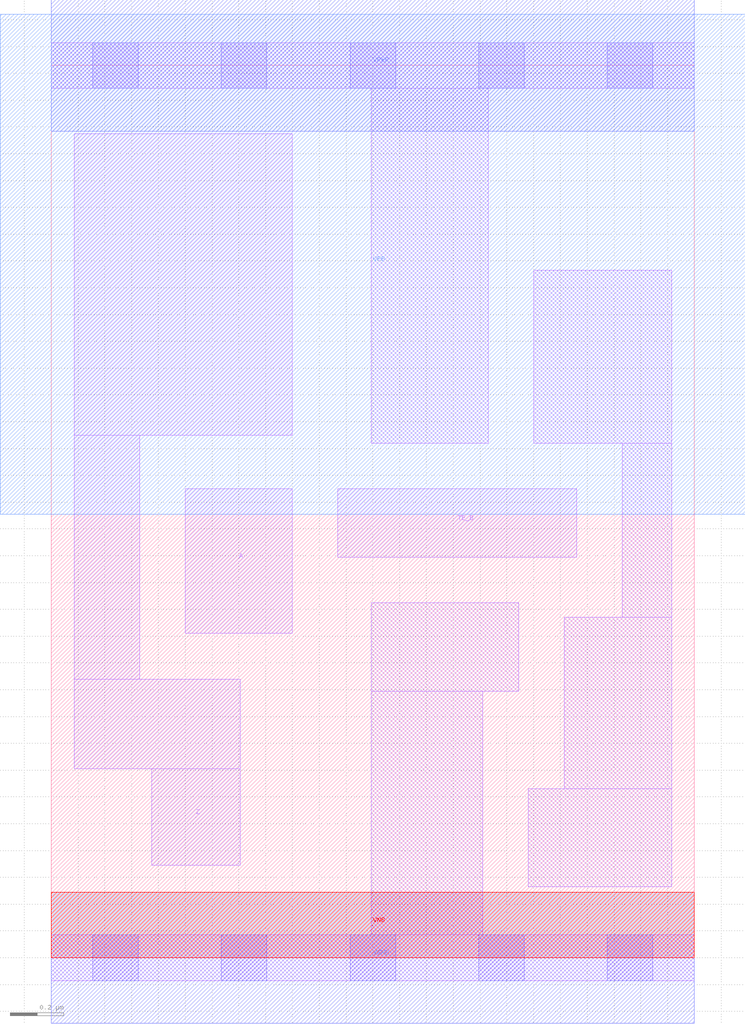
<source format=lef>
# Copyright 2020 The SkyWater PDK Authors
#
# Licensed under the Apache License, Version 2.0 (the "License");
# you may not use this file except in compliance with the License.
# You may obtain a copy of the License at
#
#     https://www.apache.org/licenses/LICENSE-2.0
#
# Unless required by applicable law or agreed to in writing, software
# distributed under the License is distributed on an "AS IS" BASIS,
# WITHOUT WARRANTIES OR CONDITIONS OF ANY KIND, either express or implied.
# See the License for the specific language governing permissions and
# limitations under the License.
#
# SPDX-License-Identifier: Apache-2.0

VERSION 5.7 ;
  NOWIREEXTENSIONATPIN ON ;
  DIVIDERCHAR "/" ;
  BUSBITCHARS "[]" ;
MACRO sky130_fd_sc_lp__einvn_1
  CLASS CORE ;
  FOREIGN sky130_fd_sc_lp__einvn_1 ;
  ORIGIN  0.000000  0.000000 ;
  SIZE  2.400000 BY  3.330000 ;
  SYMMETRY X Y R90 ;
  SITE unit ;
  PIN A
    ANTENNAGATEAREA  0.315000 ;
    DIRECTION INPUT ;
    USE SIGNAL ;
    PORT
      LAYER li1 ;
        RECT 0.500000 1.210000 0.900000 1.750000 ;
    END
  END A
  PIN TE_B
    ANTENNAGATEAREA  0.348000 ;
    DIRECTION INPUT ;
    USE SIGNAL ;
    PORT
      LAYER li1 ;
        RECT 1.070000 1.495000 1.960000 1.750000 ;
    END
  END TE_B
  PIN Z
    ANTENNADIFFAREA  0.556500 ;
    DIRECTION OUTPUT ;
    USE SIGNAL ;
    PORT
      LAYER li1 ;
        RECT 0.085000 0.705000 0.705000 1.040000 ;
        RECT 0.085000 1.040000 0.330000 1.950000 ;
        RECT 0.085000 1.950000 0.900000 3.075000 ;
        RECT 0.375000 0.345000 0.705000 0.705000 ;
    END
  END Z
  PIN VGND
    DIRECTION INOUT ;
    USE GROUND ;
    PORT
      LAYER met1 ;
        RECT 0.000000 -0.245000 2.400000 0.245000 ;
    END
  END VGND
  PIN VNB
    DIRECTION INOUT ;
    USE GROUND ;
    PORT
      LAYER pwell ;
        RECT 0.000000 0.000000 2.400000 0.245000 ;
    END
  END VNB
  PIN VPB
    DIRECTION INOUT ;
    USE POWER ;
    PORT
      LAYER nwell ;
        RECT -0.190000 1.655000 2.590000 3.520000 ;
    END
  END VPB
  PIN VPWR
    DIRECTION INOUT ;
    USE POWER ;
    PORT
      LAYER met1 ;
        RECT 0.000000 3.085000 2.400000 3.575000 ;
    END
  END VPWR
  OBS
    LAYER li1 ;
      RECT 0.000000 -0.085000 2.400000 0.085000 ;
      RECT 0.000000  3.245000 2.400000 3.415000 ;
      RECT 1.195000  0.085000 1.610000 0.995000 ;
      RECT 1.195000  0.995000 1.745000 1.325000 ;
      RECT 1.195000  1.920000 1.630000 3.245000 ;
      RECT 1.780000  0.265000 2.315000 0.630000 ;
      RECT 1.800000  1.920000 2.315000 2.565000 ;
      RECT 1.915000  0.630000 2.315000 1.270000 ;
      RECT 2.130000  1.270000 2.315000 1.920000 ;
    LAYER mcon ;
      RECT 0.155000 -0.085000 0.325000 0.085000 ;
      RECT 0.155000  3.245000 0.325000 3.415000 ;
      RECT 0.635000 -0.085000 0.805000 0.085000 ;
      RECT 0.635000  3.245000 0.805000 3.415000 ;
      RECT 1.115000 -0.085000 1.285000 0.085000 ;
      RECT 1.115000  3.245000 1.285000 3.415000 ;
      RECT 1.595000 -0.085000 1.765000 0.085000 ;
      RECT 1.595000  3.245000 1.765000 3.415000 ;
      RECT 2.075000 -0.085000 2.245000 0.085000 ;
      RECT 2.075000  3.245000 2.245000 3.415000 ;
  END
END sky130_fd_sc_lp__einvn_1
END LIBRARY

</source>
